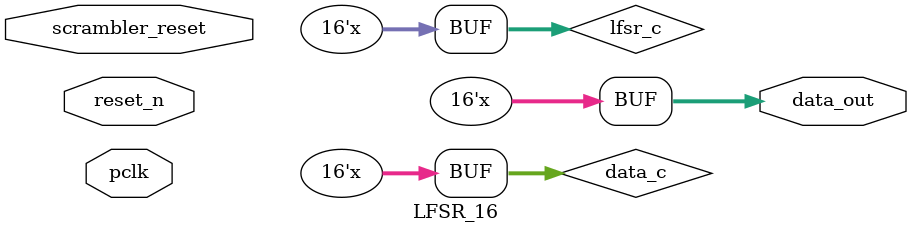
<source format=v>
module LFSR_16(scrambler_reset, reset_n, pclk, data_out);

  input scrambler_reset, reset_n, pclk;
  
  output wire [15:0] data_out;

  reg [15:0] lfsr_q, lfsr_c;
  reg [15:0] data_c;

  always @(*) begin
  
	if(scrambler_reset)
      lfsr_q <= 16'hFFFF;
	  
    lfsr_c[0] = lfsr_q[ 0] ^ lfsr_q[11] ^ lfsr_q[12] ^ lfsr_q[13];
    lfsr_c[1] = lfsr_q[ 1] ^ lfsr_q[12] ^ lfsr_q[13] ^ lfsr_q[14];
    lfsr_c[2] = lfsr_q[ 2] ^ lfsr_q[13] ^ lfsr_q[14] ^ lfsr_q[15];
    lfsr_c[3] = lfsr_q[ 0] ^ lfsr_q[ 3] ^ lfsr_q[11] ^ lfsr_q[12] ^ lfsr_q[13] ^ lfsr_q[14] ^ lfsr_q[15];
    lfsr_c[4] = lfsr_q[ 0] ^ lfsr_q[ 1] ^ lfsr_q[ 4] ^ lfsr_q[11] ^ lfsr_q[14] ^ lfsr_q[15];
    lfsr_c[5] = lfsr_q[ 0] ^ lfsr_q[ 1] ^ lfsr_q[ 2] ^ lfsr_q[ 5] ^ lfsr_q[11] ^ lfsr_q[13] ^ lfsr_q[15];
    lfsr_c[6] = lfsr_q[ 1] ^ lfsr_q[ 2] ^ lfsr_q[ 3] ^ lfsr_q[ 6] ^ lfsr_q[12] ^ lfsr_q[14];
    lfsr_c[7] = lfsr_q[ 2] ^ lfsr_q[ 3] ^ lfsr_q[ 4] ^ lfsr_q[ 7] ^ lfsr_q[13] ^ lfsr_q[15];
    lfsr_c[8] = lfsr_q[ 3] ^ lfsr_q[ 4] ^ lfsr_q[ 5] ^ lfsr_q[ 8] ^ lfsr_q[14];
    lfsr_c[9] = lfsr_q[ 4] ^ lfsr_q[ 5] ^ lfsr_q[ 6] ^ lfsr_q[ 9] ^ lfsr_q[15];
    lfsr_c[10] = lfsr_q[5] ^ lfsr_q[ 6] ^ lfsr_q[ 7] ^ lfsr_q[10];
    lfsr_c[11] = lfsr_q[6] ^ lfsr_q[ 7] ^ lfsr_q[ 8] ^ lfsr_q[11];
    lfsr_c[12] = lfsr_q[7] ^ lfsr_q[ 8] ^ lfsr_q[ 9] ^ lfsr_q[12];
    lfsr_c[13] = lfsr_q[8] ^ lfsr_q[ 9] ^ lfsr_q[10] ^ lfsr_q[13];
    lfsr_c[14] = lfsr_q[9] ^ lfsr_q[10] ^ lfsr_q[11] ^ lfsr_q[14];
    lfsr_c[15] = lfsr_q[10] ^ lfsr_q[11] ^ lfsr_q[12] ^ lfsr_q[15];

    data_c[0] = lfsr_q[15];
    data_c[1] = lfsr_q[14];
    data_c[2] = lfsr_q[13];
    data_c[3] = lfsr_q[12];
    data_c[4] = lfsr_q[11];
    data_c[5] = lfsr_q[10];
    data_c[6] = lfsr_q[9];
    data_c[7] = lfsr_q[8];
    data_c[8] = lfsr_q[7];
    data_c[9] = lfsr_q[6];
    data_c[10] = lfsr_q[5];
    data_c[11] = lfsr_q[4] ^ lfsr_q[15];
    data_c[12] = lfsr_q[3] ^ lfsr_q[14] ^ lfsr_q[15];
    data_c[13] = lfsr_q[2] ^ lfsr_q[13] ^ lfsr_q[14] ^ lfsr_q[15];
    data_c[14] = lfsr_q[1] ^ lfsr_q[12] ^ lfsr_q[13] ^ lfsr_q[14];
    data_c[15] = lfsr_q[0] ^ lfsr_q[11] ^ lfsr_q[12] ^ lfsr_q[13];

  end

  always @(posedge pclk or negedge reset_n)
    if(~reset_n) 
      lfsr_q <= 16'hFFFF;
    else
      lfsr_q <= lfsr_c ;
	  
	assign data_out = data_c;

endmodule

</source>
